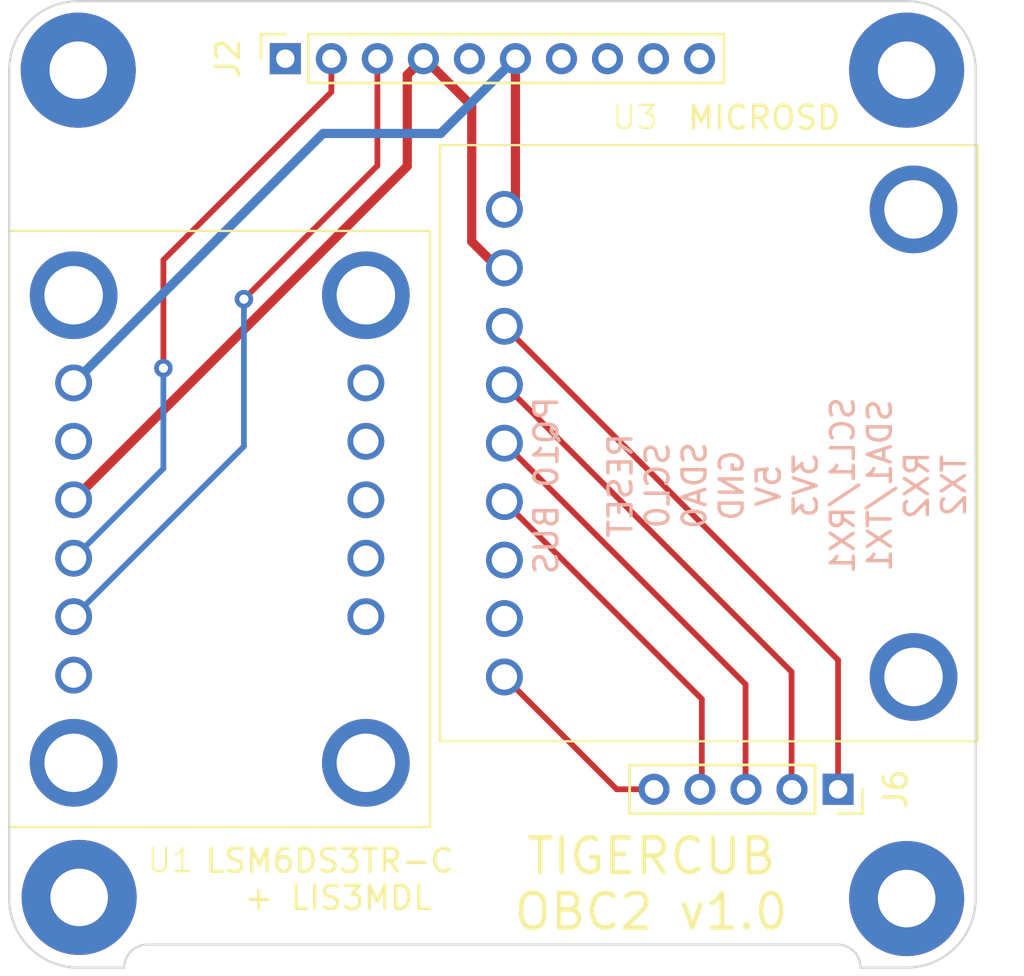
<source format=kicad_pcb>
(kicad_pcb (version 20221018) (generator pcbnew)
  (layers (0 "F.Cu" signal) (31 "B.Cu" signal) (34 "B.Paste" user) (35 "F.Paste" user) (36 "B.SilkS" user "B.Silkscreen") (37 "F.SilkS" user "F.Silkscreen") (38 "B.Mask" user) (39 "F.Mask" user) (44 "Edge.Cuts" user))
  (net 0 "")
  (net 9 "Net-(J2-GND)")
  (net 16 "Net-(J6-DET)")
  (net 17 "Net-(J6-CS)")
  (net 18 "Net-(J6-SI)")
  (net 19 "Net-(J6-SO)")
  (net 20 "Net-(J6-CLK)")
  (net 22 "Net-(J2-SCL0)")
  (net 23 "Net-(J2-SDA1)")
  (net 24 "Net-(J2-3V3)")
  (footprint "thesis:MountingHole_2.5mm_Pad" (layer "F.Cu") (at 136.06 89)
    (fp_text reference "H4" hide)
    (fp_text value "MountingHole_Pad" hide)
    (pad "1" thru_hole circle (at -0.06 0) (size 5 5) (drill 2.5) (layers "*.Cu" "*.Mask"))
  )
  (footprint "Connector_PinSocket_2.00mm:PinSocket_1x10_P2.00mm_Vertical" (layer "F.Cu") (at 109 52.5 90)
    (fp_text reference "J2" (at 0 -2.5 90) (layer "F.SilkS"))
    (fp_text value "~")
    (fp_line (start -1.06 1) (end -1.06 19.06) (stroke (width 0.12)) (layer "F.SilkS"))
    (fp_line (start -1.06 1) (end 1.06 1) (stroke (width 0.12)) (layer "F.SilkS"))
    (fp_line (start -1.06 19.06) (end 1.06 19.06) (stroke (width 0.12)) (layer "F.SilkS"))
    (fp_line (start 0 -1.06) (end 1.06 -1.06) (stroke (width 0.12)) (layer "F.SilkS"))
    (fp_line (start 1.06 -1.06) (end 1.06 0) (stroke (width 0.12)) (layer "F.SilkS"))
    (fp_line (start 1.06 1) (end 1.06 19.06) (stroke (width 0.12)) (layer "F.SilkS"))
    (pad "1" thru_hole rect (at 0 0 90) (size 1.35 1.35) (drill 0.8) (layers "*.Cu" "*.Mask"))
    (pad "2" thru_hole oval (at 0 2 90) (size 1.35 1.35) (drill 0.8) (layers "*.Cu" "*.Mask") (net 22 "Net-(J2-SCL0)"))
    (pad "3" thru_hole oval (at 0 4 90) (size 1.35 1.35) (drill 0.8) (layers "*.Cu" "*.Mask") (net 23 "Net-(J2-SDA1)"))
    (pad "4" thru_hole oval (at 0 6 90) (size 1.35 1.35) (drill 0.8) (layers "*.Cu" "*.Mask") (net 9 "Net-(J2-GND)"))
    (pad "5" thru_hole oval (at 0 8 90) (size 1.35 1.35) (drill 0.8) (layers "*.Cu" "*.Mask"))
    (pad "6" thru_hole oval (at 0 10 90) (size 1.35 1.35) (drill 0.8) (layers "*.Cu" "*.Mask") (net 24 "Net-(J2-3V3)"))
    (pad "7" thru_hole oval (at 0 12 90) (size 1.35 1.35) (drill 0.8) (layers "*.Cu" "*.Mask"))
    (pad "8" thru_hole oval (at 0 14 90) (size 1.35 1.35) (drill 0.8) (layers "*.Cu" "*.Mask"))
    (pad "9" thru_hole oval (at 0 16 90) (size 1.35 1.35) (drill 0.8) (layers "*.Cu" "*.Mask"))
    (pad "10" thru_hole oval (at 0 18 90) (size 1.35 1.35) (drill 0.8) (layers "*.Cu" "*.Mask"))
  )
  (footprint "Connector_PinSocket_2.00mm:PinSocket_1x05_P2.00mm_Vertical" (layer "F.Cu") (at 133.02 84.25 -90)
    (fp_text reference "J6" (at 0 -2.5 -90) (layer "F.SilkS"))
    (fp_text value "~")
    (fp_line (start -1.06 1) (end -1.06 9.06) (stroke (width 0.12)) (layer "F.SilkS"))
    (fp_line (start -1.06 1) (end 1.06 1) (stroke (width 0.12)) (layer "F.SilkS"))
    (fp_line (start -1.06 9.06) (end 1.06 9.06) (stroke (width 0.12)) (layer "F.SilkS"))
    (fp_line (start 0 -1.06) (end 1.06 -1.06) (stroke (width 0.12)) (layer "F.SilkS"))
    (fp_line (start 1.06 -1.06) (end 1.06 0) (stroke (width 0.12)) (layer "F.SilkS"))
    (fp_line (start 1.06 1) (end 1.06 9.06) (stroke (width 0.12)) (layer "F.SilkS"))
    (pad "1" thru_hole rect (at 0 0 270) (size 1.35 1.35) (drill 0.8) (layers "*.Cu" "*.Mask") (net 20 "Net-(J6-CLK)"))
    (pad "2" thru_hole oval (at 0 2 270) (size 1.35 1.35) (drill 0.8) (layers "*.Cu" "*.Mask") (net 19 "Net-(J6-SO)"))
    (pad "3" thru_hole oval (at 0 4 270) (size 1.35 1.35) (drill 0.8) (layers "*.Cu" "*.Mask") (net 18 "Net-(J6-SI)"))
    (pad "4" thru_hole oval (at 0 6 270) (size 1.35 1.35) (drill 0.8) (layers "*.Cu" "*.Mask") (net 17 "Net-(J6-CS)"))
    (pad "5" thru_hole oval (at 0 8 270) (size 1.35 1.35) (drill 0.8) (layers "*.Cu" "*.Mask") (net 16 "Net-(J6-DET)"))
  )
  (footprint "thesis:MountingHole_2.5mm_Pad" (layer "F.Cu") (at 100.06 53)
    (fp_text reference "H2" hide)
    (fp_text value "MountingHole_Pad" hide)
    (pad "1" thru_hole circle (at -0.06 0) (size 5 5) (drill 2.5) (layers "*.Cu" "*.Mask"))
  )
  (footprint "thesis:MountingHole_2.5mm_Pad" (layer "F.Cu") (at 136.06 53)
    (fp_text reference "H1" hide)
    (fp_text value "MountingHole_Pad" hide)
    (pad "1" thru_hole circle (at -0.06 0) (size 5 5) (drill 2.5) (layers "*.Cu" "*.Mask"))
  )
  (footprint "thesis:MountingHole_2.5mm_Pad" (layer "F.Cu") (at 100.1 88.95)
    (fp_text reference "H3" hide)
    (fp_text value "MountingHole_Pad" hide)
    (pad "1" thru_hole circle (at -0.06 0) (size 5 5) (drill 2.5) (layers "*.Cu" "*.Mask"))
  )
  (footprint "thesis:Adafruit_MicroSD" (layer "F.Cu") (at 138.84 56.51 -90)
    (fp_text reference "U3" (at -1.46 14.64 unlocked) (layer "F.SilkS") (effects (font (thickness 0.1))))
    (fp_text value "~" hide)
    (fp_rect (start -0.254 -0.254) (end 25.654 23.114) (stroke (width 0.1)) (fill none) (layer "F.SilkS"))
    (pad "1" thru_hole circle (at 2.54 20.32 270) (size 1.6 1.6) (drill 1.1) (layers "*.Cu" "*.Mask") (net 24 "Net-(J2-3V3)"))
    (pad "2" thru_hole circle (at 5.08 20.32 270) (size 1.6 1.6) (drill 1.1) (layers "*.Cu" "*.Mask") (net 9 "Net-(J2-GND)"))
    (pad "3" thru_hole circle (at 7.62 20.32 270) (size 1.6 1.6) (drill 1.1) (layers "*.Cu" "*.Mask") (net 20 "Net-(J6-CLK)"))
    (pad "4" thru_hole circle (at 10.16 20.32 270) (size 1.6 1.6) (drill 1.1) (layers "*.Cu" "*.Mask") (net 19 "Net-(J6-SO)"))
    (pad "5" thru_hole circle (at 12.7 20.32 270) (size 1.6 1.6) (drill 1.1) (layers "*.Cu" "*.Mask") (net 18 "Net-(J6-SI)"))
    (pad "6" thru_hole circle (at 15.24 20.32 270) (size 1.6 1.6) (drill 1.1) (layers "*.Cu" "*.Mask") (net 17 "Net-(J6-CS)"))
    (pad "7" thru_hole circle (at 17.78 20.32 270) (size 1.6 1.6) (drill 1.1) (layers "*.Cu" "*.Mask"))
    (pad "8" thru_hole circle (at 20.32 20.32 270) (size 1.6 1.6) (drill 1.1) (layers "*.Cu" "*.Mask"))
    (pad "9" thru_hole circle (at 22.86 20.32 270) (size 1.6 1.6) (drill 1.1) (layers "*.Cu" "*.Mask") (net 16 "Net-(J6-DET)"))
    (pad "MT1" thru_hole circle (at 2.54 2.54 270) (size 3.81 3.81) (drill 2.54) (layers "*.Cu" "*.Mask"))
    (pad "MT2" thru_hole circle (at 22.86 2.54 270) (size 3.81 3.81) (drill 2.54) (layers "*.Cu" "*.Mask"))
  )
  (footprint "thesis:Adafruit_LSM6DS3TR-C_LIS3MDL" (layer "F.Cu") (at 115.04 60.24 -90)
    (fp_text reference "U1" (at 27.11 11.04 unlocked) (layer "F.SilkS") (effects (font (thickness 0.1))))
    (fp_text value "~" hide)
    (fp_rect (start -0.254 -0.254) (end 25.654 18.034) (stroke (width 0.1)) (fill none) (layer "F.SilkS"))
    (pad "1" thru_hole circle (at 6.35 15.24 270) (size 1.6 1.6) (drill 1.1) (layers "*.Cu" "*.Mask") (net 24 "Net-(J2-3V3)"))
    (pad "2" thru_hole circle (at 8.89 15.24 270) (size 1.6 1.6) (drill 1.1) (layers "*.Cu" "*.Mask"))
    (pad "3" thru_hole circle (at 11.43 15.24 270) (size 1.6 1.6) (drill 1.1) (layers "*.Cu" "*.Mask") (net 9 "Net-(J2-GND)"))
    (pad "4" thru_hole circle (at 13.97 15.24 270) (size 1.6 1.6) (drill 1.1) (layers "*.Cu" "*.Mask") (net 22 "Net-(J2-SCL0)"))
    (pad "5" thru_hole circle (at 16.51 15.24 270) (size 1.6 1.6) (drill 1.1) (layers "*.Cu" "*.Mask") (net 23 "Net-(J2-SDA1)"))
    (pad "6" thru_hole circle (at 19.05 15.24 270) (size 1.6 1.6) (drill 1.1) (layers "*.Cu" "*.Mask"))
    (pad "7" thru_hole circle (at 6.35 2.54 270) (size 1.6 1.6) (drill 1.1) (layers "*.Cu" "*.Mask"))
    (pad "8" thru_hole circle (at 8.89 2.54 270) (size 1.6 1.6) (drill 1.1) (layers "*.Cu" "*.Mask"))
    (pad "9" thru_hole circle (at 11.43 2.54 270) (size 1.6 1.6) (drill 1.1) (layers "*.Cu" "*.Mask"))
    (pad "10" thru_hole circle (at 13.97 2.54 270) (size 1.6 1.6) (drill 1.1) (layers "*.Cu" "*.Mask"))
    (pad "11" thru_hole circle (at 16.51 2.54 270) (size 1.6 1.6) (drill 1.1) (layers "*.Cu" "*.Mask"))
    (pad "MH1" thru_hole circle (at 2.54 2.54 270) (size 3.81 3.81) (drill 2.54) (layers "*.Cu" "*.Mask"))
    (pad "MH2" thru_hole circle (at 22.86 2.54 270) (size 3.81 3.81) (drill 2.54) (layers "*.Cu" "*.Mask"))
    (pad "MH3" thru_hole circle (at 22.86 15.24 270) (size 3.81 3.81) (drill 2.54) (layers "*.Cu" "*.Mask"))
    (pad "MH4" thru_hole circle (at 2.54 15.24 270) (size 3.81 3.81) (drill 2.54) (layers "*.Cu" "*.Mask"))
  )
  (gr_arc (start 133 91) (mid 133.707107 91.292893) (end 134 92) (stroke (width 0.1)) (layer "Edge.Cuts"))
  (gr_line (start 100 50) (end 136 50) (stroke (width 0.1)) (layer "Edge.Cuts"))
  (gr_arc (start 139 89) (mid 138.12132 91.12132) (end 136 92) (stroke (width 0.1)) (layer "Edge.Cuts"))
  (gr_arc (start 100 92) (mid 97.87868 91.12132) (end 97 89) (stroke (width 0.1)) (layer "Edge.Cuts"))
  (gr_line (start 97 89) (end 97 53) (stroke (width 0.1)) (layer "Edge.Cuts"))
  (gr_arc (start 102 92) (mid 102.292893 91.292893) (end 103 91) (stroke (width 0.1)) (layer "Edge.Cuts"))
  (gr_line (start 133 91) (end 103 91) (stroke (width 0.1)) (layer "Edge.Cuts"))
  (gr_line (start 134 92) (end 136 92) (stroke (width 0.1)) (layer "Edge.Cuts"))
  (gr_line (start 139 53) (end 139 89) (stroke (width 0.1)) (layer "Edge.Cuts"))
  (gr_line (start 102 92) (end 100 92) (stroke (width 0.1)) (layer "Edge.Cuts"))
  (gr_arc (start 136 50) (mid 138.12132 50.87868) (end 139 53) (stroke (width 0.1)) (layer "Edge.Cuts"))
  (gr_arc (start 97 53) (mid 97.87868 50.87868) (end 100 50) (stroke (width 0.1)) (layer "Edge.Cuts"))
  (gr_text "PQ10 BUS\n\nRESET\nSCL0\nSDA0\nGND\n5V\n3V3\nSCL1/RX1\nSDA1/TX1\nRX2\nTX2" (at 129.2 71.05 90) (layer "B.SilkS") (effects (font (size 1 1)) (justify mirror)))
  (gr_text "TIGERCUB\nOBC2 v1.0" (at 124.9 90.45) (layer "F.SilkS") (effects (font (size 1.5 1.5) (thickness 0.2)) (justify bottom)))
  (gr_text "LSM6DS3TR-C \n+ LIS3MDL" (at 111.3 89.55) (layer "F.SilkS") (effects (font (size 1 1)) (justify bottom)))
  (gr_text "MICROSD\n" (at 126.4 55.65) (layer "F.SilkS") (effects (font (size 1 1)) (justify left bottom)))
  (segment (start 118.24 61.59) (end 117.1 60.45) (width 0.4) (layer "F.Cu") (net 9))
  (segment (start 115.05 52.5) (end 115 52.5) (width 0.25) (layer "F.Cu") (net 9))
  (segment (start 118.52 61.59) (end 118.24 61.59) (width 0.4) (layer "F.Cu") (net 9))
  (segment (start 117.1 60.45) (end 117.1 54.55) (width 0.4) (layer "F.Cu") (net 9))
  (segment (start 114.3 53.2) (end 115 52.5) (width 0.4) (layer "F.Cu") (net 9))
  (segment (start 99.8 71.67) (end 114.2 57.27) (width 0.4) (layer "F.Cu") (net 9))
  (segment (start 114.3 57.17) (end 114.3 53.2) (width 0.4) (layer "F.Cu") (net 9))
  (segment (start 114.2 57.27) (end 114.3 57.17) (width 0.4) (layer "F.Cu") (net 9))
  (segment (start 118.52 61.37) (end 118.52 61.59) (width 0.4) (layer "F.Cu") (net 9))
  (segment (start 117.1 54.55) (end 115.05 52.5) (width 0.4) (layer "F.Cu") (net 9))
  (segment (start 118.52 79.37) (end 123.4 84.25) (width 0.25) (layer "F.Cu") (net 16))
  (segment (start 123.4 84.25) (end 125.02 84.25) (width 0.25) (layer "F.Cu") (net 16))
  (segment (start 127.1 84.17) (end 127.02 84.25) (width 0.25) (layer "F.Cu") (net 17))
  (segment (start 118.52 71.75) (end 127.1 80.33) (width 0.25) (layer "F.Cu") (net 17))
  (segment (start 127.1 80.33) (end 127.1 84.17) (width 0.25) (layer "F.Cu") (net 17))
  (segment (start 129 84.23) (end 129.02 84.25) (width 0.25) (layer "F.Cu") (net 18))
  (segment (start 118.52 69.21) (end 129 79.69) (width 0.25) (layer "F.Cu") (net 18))
  (segment (start 129 79.69) (end 129 84.23) (width 0.25) (layer "F.Cu") (net 18))
  (segment (start 131 84.23) (end 131.02 84.25) (width 0.25) (layer "F.Cu") (net 19))
  (segment (start 131 79.15) (end 131 84.23) (width 0.25) (layer "F.Cu") (net 19))
  (segment (start 118.52 66.67) (end 131 79.15) (width 0.25) (layer "F.Cu") (net 19))
  (segment (start 118.52 64.13) (end 133.02 78.63) (width 0.25) (layer "F.Cu") (net 20))
  (segment (start 133.02 78.63) (end 133.02 84.25) (width 0.25) (layer "F.Cu") (net 20))
  (segment (start 103.7 61.25) (end 103.7 65.95) (width 0.25) (layer "F.Cu") (net 22))
  (segment (start 111 53.95) (end 103.7 61.25) (width 0.25) (layer "F.Cu") (net 22))
  (segment (start 111 52.5) (end 111 53.95) (width 0.25) (layer "F.Cu") (net 22))
  (via (at 103.7 65.95) (size 0.8) (drill 0.4) (layers "F.Cu" "B.Cu") (net 22))
  (segment (start 103.7 70.31) (end 99.8 74.21) (width 0.25) (layer "B.Cu") (net 22))
  (segment (start 103.7 65.95) (end 103.7 70.31) (width 0.25) (layer "B.Cu") (net 22))
  (segment (start 113 52.5) (end 113 57.15) (width 0.25) (layer "F.Cu") (net 23))
  (segment (start 113 57.15) (end 107.2 62.95) (width 0.25) (layer "F.Cu") (net 23))
  (via (at 107.2 62.95) (size 0.8) (drill 0.4) (layers "F.Cu" "B.Cu") (net 23))
  (segment (start 107.2 69.35) (end 99.8 76.75) (width 0.25) (layer "B.Cu") (net 23))
  (segment (start 107.2 62.95) (end 107.2 69.35) (width 0.25) (layer "B.Cu") (net 23))
  (segment (start 119 52.5) (end 119 58.57) (width 0.4) (layer "F.Cu") (net 24))
  (segment (start 119 58.57) (end 118.52 59.05) (width 0.4) (layer "F.Cu") (net 24))
  (segment (start 99.8 66.59) (end 110.64 55.75) (width 0.4) (layer "B.Cu") (net 24))
  (segment (start 115.75 55.75) (end 119 52.5) (width 0.4) (layer "B.Cu") (net 24))
  (segment (start 110.64 55.75) (end 115.75 55.75) (width 0.4) (layer "B.Cu") (net 24))
)
</source>
